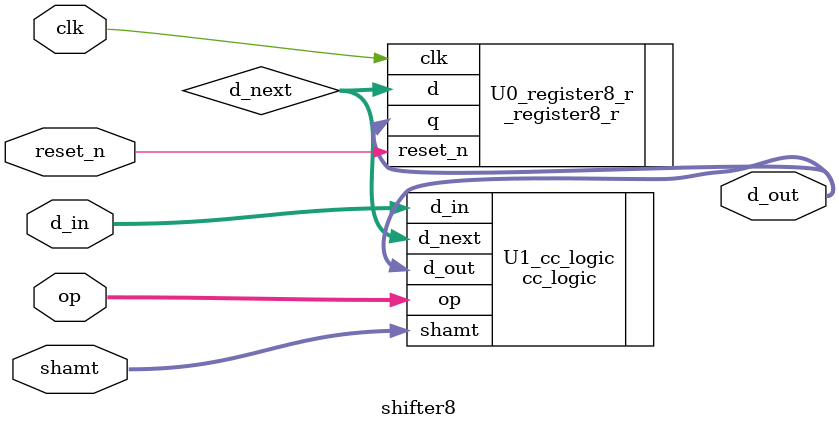
<source format=v>
module shifter8(clk,reset_n,op,shamt,d_in,d_out);	// 8-bit shifter
input clk, reset_n;	// clock, reset
input [2:0] op;	// operation code
input [1:0] shamt;	// shift amount
input [7:0] d_in;
output [7:0] d_out;

wire [7:0] d_next; // connect 8-bit register to cc_logic
	
_register8_r U0_register8_r(.clk(clk), .reset_n(reset_n), .d(d_next), .q(d_out)); // instance 8-bit register
	
cc_logic U1_cc_logic(.op(op), .shamt(shamt), .d_in(d_in), .d_out(d_out), .d_next(d_next)); // instance Combinational Circuit Logic

endmodule

</source>
